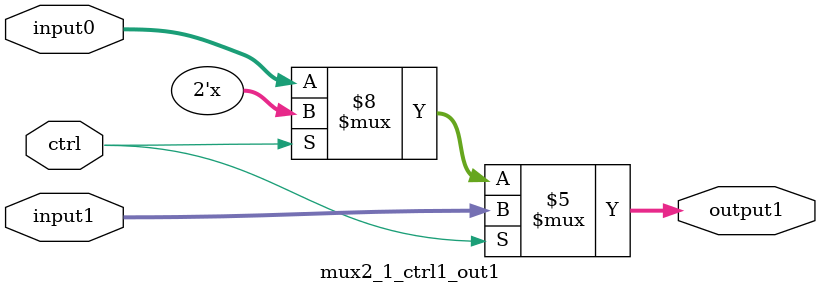
<source format=v>

`timescale 1ns / 1ns

module mux2_1_ctrl1_out1(output1, input0, input1, ctrl);

//-------------Input Ports-----------------------------
input wire ctrl;		
input wire[1:0] input0;	//input at 0
input wire[1:0] input1;	//unput at 1

//-------------Output Ports----------------------------

output reg [1:0] output1; 	

//------------------Instructions-----------------------
always @*
	begin
		if (ctrl == 0)
			output1 = input0;
		if (ctrl == 1)
			output1 = input1;
	end
endmodule

</source>
